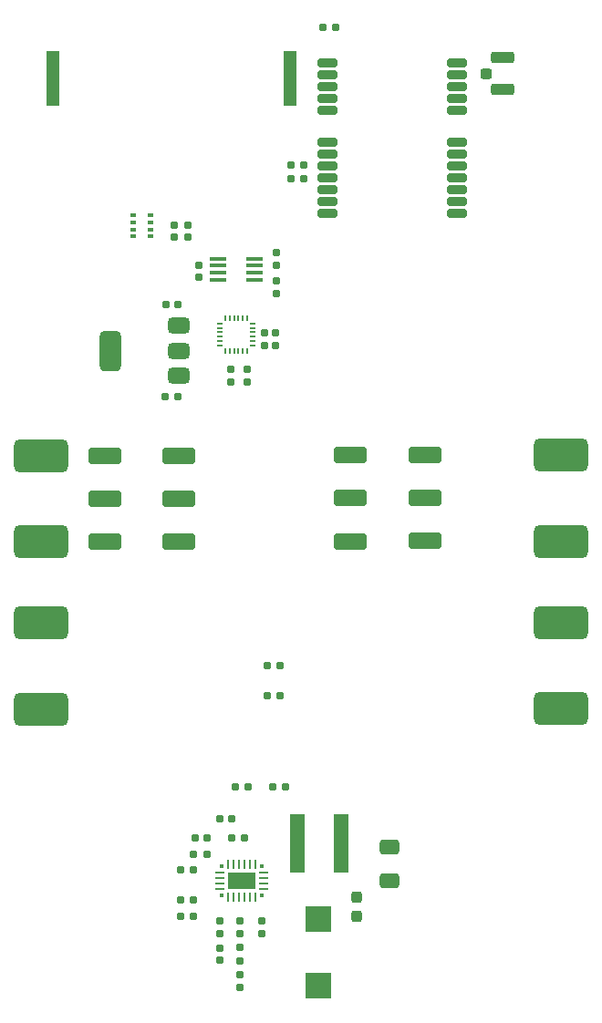
<source format=gbr>
%TF.GenerationSoftware,KiCad,Pcbnew,9.0.2*%
%TF.CreationDate,2025-07-10T20:26:42+02:00*%
%TF.ProjectId,pcb,7063622e-6b69-4636-9164-5f7063625858,rev?*%
%TF.SameCoordinates,Original*%
%TF.FileFunction,Paste,Top*%
%TF.FilePolarity,Positive*%
%FSLAX46Y46*%
G04 Gerber Fmt 4.6, Leading zero omitted, Abs format (unit mm)*
G04 Created by KiCad (PCBNEW 9.0.2) date 2025-07-10 20:26:42*
%MOMM*%
%LPD*%
G01*
G04 APERTURE LIST*
G04 Aperture macros list*
%AMRoundRect*
0 Rectangle with rounded corners*
0 $1 Rounding radius*
0 $2 $3 $4 $5 $6 $7 $8 $9 X,Y pos of 4 corners*
0 Add a 4 corners polygon primitive as box body*
4,1,4,$2,$3,$4,$5,$6,$7,$8,$9,$2,$3,0*
0 Add four circle primitives for the rounded corners*
1,1,$1+$1,$2,$3*
1,1,$1+$1,$4,$5*
1,1,$1+$1,$6,$7*
1,1,$1+$1,$8,$9*
0 Add four rect primitives between the rounded corners*
20,1,$1+$1,$2,$3,$4,$5,0*
20,1,$1+$1,$4,$5,$6,$7,0*
20,1,$1+$1,$6,$7,$8,$9,0*
20,1,$1+$1,$8,$9,$2,$3,0*%
G04 Aperture macros list end*
%ADD10RoundRect,0.155000X-0.212500X-0.155000X0.212500X-0.155000X0.212500X0.155000X-0.212500X0.155000X0*%
%ADD11RoundRect,0.160000X0.197500X0.160000X-0.197500X0.160000X-0.197500X-0.160000X0.197500X-0.160000X0*%
%ADD12RoundRect,0.250000X-0.465000X-2.500000X0.465000X-2.500000X0.465000X2.500000X-0.465000X2.500000X0*%
%ADD13RoundRect,0.225000X1.275000X0.525000X-1.275000X0.525000X-1.275000X-0.525000X1.275000X-0.525000X0*%
%ADD14RoundRect,0.160000X-0.197500X-0.160000X0.197500X-0.160000X0.197500X0.160000X-0.197500X0.160000X0*%
%ADD15RoundRect,0.450000X2.050000X1.050000X-2.050000X1.050000X-2.050000X-1.050000X2.050000X-1.050000X0*%
%ADD16RoundRect,0.160000X-0.160000X0.197500X-0.160000X-0.197500X0.160000X-0.197500X0.160000X0.197500X0*%
%ADD17RoundRect,0.250000X-0.650000X0.412500X-0.650000X-0.412500X0.650000X-0.412500X0.650000X0.412500X0*%
%ADD18RoundRect,0.200000X0.700000X0.200000X-0.700000X0.200000X-0.700000X-0.200000X0.700000X-0.200000X0*%
%ADD19RoundRect,0.155000X0.212500X0.155000X-0.212500X0.155000X-0.212500X-0.155000X0.212500X-0.155000X0*%
%ADD20RoundRect,0.375000X0.625000X0.375000X-0.625000X0.375000X-0.625000X-0.375000X0.625000X-0.375000X0*%
%ADD21RoundRect,0.500000X0.500000X1.400000X-0.500000X1.400000X-0.500000X-1.400000X0.500000X-1.400000X0*%
%ADD22R,1.600000X0.300000*%
%ADD23RoundRect,0.155000X-0.155000X0.212500X-0.155000X-0.212500X0.155000X-0.212500X0.155000X0.212500X0*%
%ADD24RoundRect,0.155000X0.155000X-0.212500X0.155000X0.212500X-0.155000X0.212500X-0.155000X-0.212500X0*%
%ADD25RoundRect,0.050000X-0.225000X-0.050000X0.225000X-0.050000X0.225000X0.050000X-0.225000X0.050000X0*%
%ADD26RoundRect,0.050000X0.050000X-0.225000X0.050000X0.225000X-0.050000X0.225000X-0.050000X-0.225000X0*%
%ADD27RoundRect,0.250000X-0.275000X-0.250000X0.275000X-0.250000X0.275000X0.250000X-0.275000X0.250000X0*%
%ADD28RoundRect,0.250000X-0.850000X-0.275000X0.850000X-0.275000X0.850000X0.275000X-0.850000X0.275000X0*%
%ADD29R,1.270000X5.080000*%
%ADD30R,2.450000X2.350000*%
%ADD31RoundRect,0.237500X-0.237500X0.287500X-0.237500X-0.287500X0.237500X-0.287500X0.237500X0.287500X0*%
%ADD32R,0.500000X0.350000*%
%ADD33R,0.254000X0.863600*%
%ADD34R,0.863600X0.254000*%
%ADD35R,2.650000X1.650000*%
%ADD36R,0.375000X0.375000*%
G04 APERTURE END LIST*
D10*
%TO.C,C703*%
X144115000Y-134500000D03*
X145250000Y-134500000D03*
%TD*%
D11*
%TO.C,R714*%
X148597500Y-118500000D03*
X147402500Y-118500000D03*
%TD*%
D12*
%TO.C,L701*%
X150210000Y-135000000D03*
X154250000Y-135000000D03*
%TD*%
D11*
%TO.C,R705*%
X141750000Y-136000000D03*
X140555000Y-136000000D03*
%TD*%
D13*
%TO.C,J721*%
X132300000Y-107000000D03*
X132300000Y-103000000D03*
X132300000Y-99000000D03*
%TD*%
D14*
%TO.C,R701*%
X144402500Y-129750000D03*
X145597500Y-129750000D03*
%TD*%
D15*
%TO.C,J716*%
X126400000Y-122540000D03*
X126400000Y-114540000D03*
%TD*%
%TO.C,J711*%
X126400000Y-107000000D03*
X126400000Y-99000000D03*
%TD*%
D13*
%TO.C,J719*%
X155100000Y-106950000D03*
X155100000Y-102950000D03*
X155100000Y-98950000D03*
%TD*%
D16*
%TO.C,R709*%
X144800000Y-147200000D03*
X144800000Y-148395000D03*
%TD*%
D17*
%TO.C,C707*%
X158750000Y-135387500D03*
X158750000Y-138512500D03*
%TD*%
D18*
%TO.C,U705*%
X165000000Y-76500000D03*
X165000000Y-75400000D03*
X165000000Y-74300000D03*
X165000000Y-73200000D03*
X165000000Y-72100000D03*
X165000000Y-71000000D03*
X165000000Y-69900000D03*
X165000000Y-66900000D03*
X165000000Y-65800000D03*
X165000000Y-64700000D03*
X165000000Y-63600000D03*
X165000000Y-62500000D03*
X153000000Y-62500000D03*
X153000000Y-63600000D03*
X153000000Y-64700000D03*
X153000000Y-65800000D03*
X153000000Y-66900000D03*
X153000000Y-69900000D03*
X153000000Y-71000000D03*
X153000000Y-72100000D03*
X153000000Y-73200000D03*
X153000000Y-74300000D03*
X153000000Y-75400000D03*
X153000000Y-76500000D03*
%TD*%
D19*
%TO.C,C705*%
X140500000Y-141750000D03*
X139365000Y-141750000D03*
%TD*%
%TO.C,C713*%
X139067500Y-93500000D03*
X137932500Y-93500000D03*
%TD*%
D16*
%TO.C,R708*%
X144800000Y-144700000D03*
X144800000Y-145895000D03*
%TD*%
D19*
%TO.C,C704*%
X141817500Y-134500000D03*
X140682500Y-134500000D03*
%TD*%
%TO.C,C706*%
X140500000Y-137500000D03*
X139365000Y-137500000D03*
%TD*%
D20*
%TO.C,U703*%
X139150000Y-91550000D03*
X139150000Y-89250000D03*
D21*
X132850000Y-89250000D03*
D20*
X139150000Y-86950000D03*
%TD*%
D10*
%TO.C,C701*%
X142932500Y-132750000D03*
X144067500Y-132750000D03*
%TD*%
D11*
%TO.C,R704*%
X140500000Y-140250000D03*
X139305000Y-140250000D03*
%TD*%
D22*
%TO.C,U702*%
X142800000Y-80700000D03*
X142800000Y-81350000D03*
X142800000Y-82000000D03*
X142800000Y-82650000D03*
X146200000Y-82650000D03*
X146200000Y-82000000D03*
X146200000Y-81350000D03*
X146200000Y-80700000D03*
%TD*%
D15*
%TO.C,J712*%
X174600000Y-106970000D03*
X174600000Y-98970000D03*
%TD*%
D23*
%TO.C,C702*%
X143000000Y-144732500D03*
X143000000Y-145867500D03*
%TD*%
D24*
%TO.C,C711*%
X140000000Y-78700380D03*
X140000000Y-77565380D03*
%TD*%
D25*
%TO.C,U704*%
X143000000Y-86750000D03*
X143000000Y-87150000D03*
X143000000Y-87550000D03*
X143000000Y-87950000D03*
X143000000Y-88350000D03*
X143000000Y-88750000D03*
D26*
X143500000Y-89250000D03*
X143900000Y-89250000D03*
X144300000Y-89250000D03*
X144700000Y-89250000D03*
X145100000Y-89250000D03*
X145500000Y-89250000D03*
D25*
X146000000Y-88750000D03*
X146000000Y-88350000D03*
X146000000Y-87950000D03*
X146000000Y-87550000D03*
X146000000Y-87150000D03*
X146000000Y-86750000D03*
D26*
X145500000Y-86250000D03*
X145100000Y-86250000D03*
X144700000Y-86250000D03*
X144300000Y-86250000D03*
X143900000Y-86250000D03*
X143500000Y-86250000D03*
%TD*%
D14*
%TO.C,R712*%
X149555000Y-73250000D03*
X150750000Y-73250000D03*
%TD*%
%TO.C,R702*%
X147902500Y-129750000D03*
X149097500Y-129750000D03*
%TD*%
D23*
%TO.C,C716*%
X144000000Y-91000000D03*
X144000000Y-92135000D03*
%TD*%
D16*
%TO.C,R706*%
X146900000Y-142200000D03*
X146900000Y-143395000D03*
%TD*%
D13*
%TO.C,J720*%
X162050000Y-106900000D03*
X162050000Y-102900000D03*
X162050000Y-98900000D03*
%TD*%
D19*
%TO.C,C715*%
X139117500Y-85000000D03*
X137982500Y-85000000D03*
%TD*%
D13*
%TO.C,J718*%
X139150000Y-107000000D03*
X139150000Y-103000000D03*
X139150000Y-99000000D03*
%TD*%
D27*
%TO.C,J703*%
X167725000Y-63525000D03*
D28*
X169250000Y-62050000D03*
X169250000Y-65000000D03*
%TD*%
D11*
%TO.C,R715*%
X148600000Y-121300000D03*
X147405000Y-121300000D03*
%TD*%
D24*
%TO.C,C710*%
X138750000Y-78700380D03*
X138750000Y-77565380D03*
%TD*%
%TO.C,C717*%
X147100000Y-88750000D03*
X147100000Y-87615000D03*
%TD*%
D29*
%TO.C,BT702*%
X149485000Y-64000000D03*
X127515000Y-64000000D03*
%TD*%
D24*
%TO.C,C719*%
X148150000Y-88767500D03*
X148150000Y-87632500D03*
%TD*%
D23*
%TO.C,C718*%
X145500000Y-91000000D03*
X145500000Y-92135000D03*
%TD*%
D30*
%TO.C,C709*%
X152150000Y-142050000D03*
X152150000Y-148250000D03*
%TD*%
D31*
%TO.C,L702*%
X155700000Y-140025000D03*
X155700000Y-141775000D03*
%TD*%
D16*
%TO.C,R703*%
X143000000Y-142202500D03*
X143000000Y-143397500D03*
%TD*%
D14*
%TO.C,R711*%
X149555000Y-72000000D03*
X150750000Y-72000000D03*
%TD*%
D32*
%TO.C,U701*%
X134900000Y-78650000D03*
X134900000Y-78000000D03*
X134900000Y-77350000D03*
X134900000Y-76700000D03*
X136500000Y-76700000D03*
X136500000Y-77350000D03*
X136500000Y-78000000D03*
X136500000Y-78650000D03*
%TD*%
D14*
%TO.C,R713*%
X152500000Y-59250000D03*
X153695000Y-59250000D03*
%TD*%
D33*
%TO.C,IC701*%
X146250000Y-136976000D03*
X145750001Y-136976000D03*
X145250000Y-136976000D03*
X144750000Y-136976000D03*
X144249999Y-136976000D03*
X143750000Y-136976000D03*
D34*
X142980700Y-137749999D03*
X142980700Y-138250000D03*
X142980700Y-138750000D03*
X142980700Y-139250001D03*
D33*
X143750000Y-140024000D03*
X144249999Y-140024000D03*
X144750000Y-140024000D03*
X145250000Y-140024000D03*
X145750001Y-140024000D03*
X146250000Y-140024000D03*
D34*
X147019300Y-139250001D03*
X147019300Y-138750000D03*
X147019300Y-138250000D03*
X147019300Y-137749999D03*
D35*
X145000000Y-138500000D03*
D36*
X146870000Y-137130000D03*
X143130000Y-137130000D03*
X143130000Y-139870000D03*
X146870000Y-139870000D03*
%TD*%
D24*
%TO.C,C712*%
X148250000Y-81317500D03*
X148250000Y-80182500D03*
%TD*%
D15*
%TO.C,J714*%
X174600000Y-122500000D03*
X174600000Y-114500000D03*
%TD*%
D16*
%TO.C,R707*%
X144800000Y-142205000D03*
X144800000Y-143400000D03*
%TD*%
%TO.C,R710*%
X148250000Y-82750000D03*
X148250000Y-83945000D03*
%TD*%
D24*
%TO.C,C714*%
X141000000Y-82467500D03*
X141000000Y-81332500D03*
%TD*%
M02*

</source>
